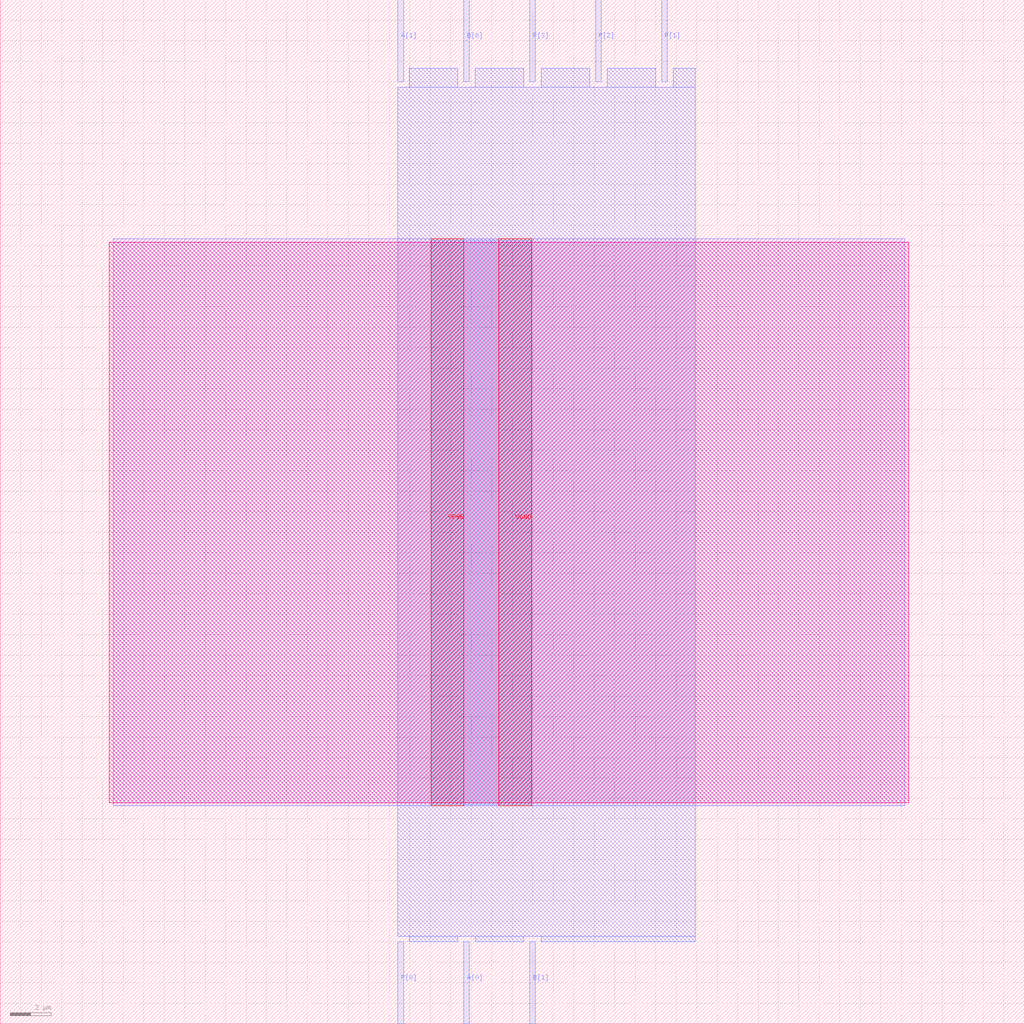
<source format=lef>
VERSION 5.7 ;
  NOWIREEXTENSIONATPIN ON ;
  DIVIDERCHAR "/" ;
  BUSBITCHARS "[]" ;
MACRO SarsaNada_e10_1
  CLASS BLOCK ;
  FOREIGN SarsaNada_e10_1 ;
  ORIGIN 0.000 0.000 ;
  SIZE 50.000 BY 50.000 ;
  PIN A[0]
    DIRECTION INPUT ;
    USE SIGNAL ;
    ANTENNAGATEAREA 0.196500 ;
    PORT
      LAYER met2 ;
        RECT 22.630 0.000 22.910 4.000 ;
    END
  END A[0]
  PIN A[1]
    DIRECTION INPUT ;
    USE SIGNAL ;
    ANTENNAGATEAREA 0.196500 ;
    PORT
      LAYER met2 ;
        RECT 19.410 46.000 19.690 50.000 ;
    END
  END A[1]
  PIN B[0]
    DIRECTION INPUT ;
    USE SIGNAL ;
    ANTENNAGATEAREA 0.196500 ;
    PORT
      LAYER met2 ;
        RECT 22.630 46.000 22.910 50.000 ;
    END
  END B[0]
  PIN B[1]
    DIRECTION INPUT ;
    USE SIGNAL ;
    ANTENNAGATEAREA 0.196500 ;
    PORT
      LAYER met2 ;
        RECT 25.850 0.000 26.130 4.000 ;
    END
  END B[1]
  PIN P[0]
    DIRECTION OUTPUT ;
    USE SIGNAL ;
    ANTENNADIFFAREA 0.445500 ;
    PORT
      LAYER met2 ;
        RECT 19.410 0.000 19.690 4.000 ;
    END
  END P[0]
  PIN P[1]
    DIRECTION OUTPUT ;
    USE SIGNAL ;
    ANTENNADIFFAREA 0.445500 ;
    PORT
      LAYER met2 ;
        RECT 32.290 46.000 32.570 50.000 ;
    END
  END P[1]
  PIN P[2]
    DIRECTION OUTPUT ;
    USE SIGNAL ;
    ANTENNADIFFAREA 0.445500 ;
    PORT
      LAYER met2 ;
        RECT 29.070 46.000 29.350 50.000 ;
    END
  END P[2]
  PIN P[3]
    DIRECTION OUTPUT ;
    USE SIGNAL ;
    ANTENNADIFFAREA 0.445500 ;
    PORT
      LAYER met2 ;
        RECT 25.850 46.000 26.130 50.000 ;
    END
  END P[3]
  PIN VGND
    DIRECTION INOUT ;
    USE GROUND ;
    PORT
      LAYER met4 ;
        RECT 24.340 10.640 25.940 38.320 ;
    END
  END VGND
  PIN VPWR
    DIRECTION INOUT ;
    USE POWER ;
    PORT
      LAYER met4 ;
        RECT 21.040 10.640 22.640 38.320 ;
    END
  END VPWR
  OBS
      LAYER nwell ;
        RECT 5.330 10.795 44.350 38.165 ;
      LAYER li1 ;
        RECT 5.520 10.795 44.160 38.165 ;
      LAYER met1 ;
        RECT 5.520 10.640 44.160 38.320 ;
      LAYER met2 ;
        RECT 19.970 45.720 22.350 46.650 ;
        RECT 23.190 45.720 25.570 46.650 ;
        RECT 26.410 45.720 28.790 46.650 ;
        RECT 29.630 45.720 32.010 46.650 ;
        RECT 32.850 45.720 33.940 46.650 ;
        RECT 19.420 4.280 33.940 45.720 ;
        RECT 19.970 4.000 22.350 4.280 ;
        RECT 23.190 4.000 25.570 4.280 ;
        RECT 26.410 4.000 33.940 4.280 ;
      LAYER met3 ;
        RECT 21.050 10.715 25.930 38.245 ;
  END
END SarsaNada_e10_1
END LIBRARY


</source>
